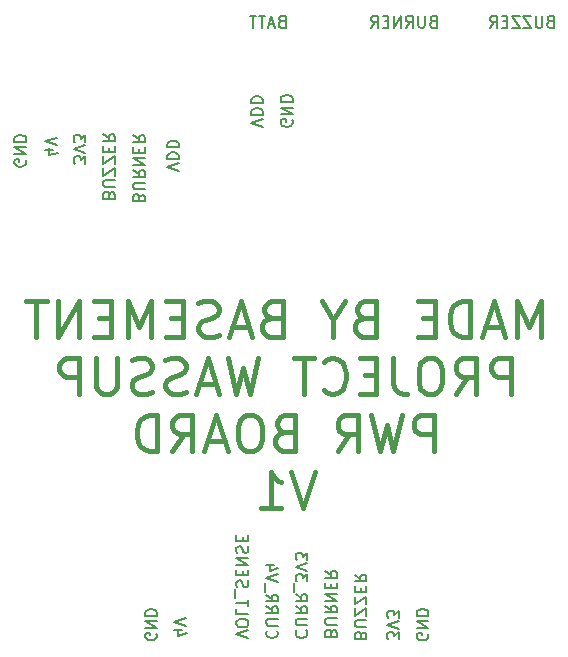
<source format=gbr>
%TF.GenerationSoftware,KiCad,Pcbnew,(6.0.9)*%
%TF.CreationDate,2022-11-26T14:01:21+01:00*%
%TF.ProjectId,PWR_PCB,5057525f-5043-4422-9e6b-696361645f70,rev?*%
%TF.SameCoordinates,Original*%
%TF.FileFunction,Legend,Bot*%
%TF.FilePolarity,Positive*%
%FSLAX46Y46*%
G04 Gerber Fmt 4.6, Leading zero omitted, Abs format (unit mm)*
G04 Created by KiCad (PCBNEW (6.0.9)) date 2022-11-26 14:01:21*
%MOMM*%
%LPD*%
G01*
G04 APERTURE LIST*
%ADD10C,0.450000*%
%ADD11C,0.150000*%
G04 APERTURE END LIST*
D10*
X136571428Y-64112142D02*
X136571428Y-61112142D01*
X135571428Y-63255000D01*
X134571428Y-61112142D01*
X134571428Y-64112142D01*
X133285714Y-63255000D02*
X131857142Y-63255000D01*
X133571428Y-64112142D02*
X132571428Y-61112142D01*
X131571428Y-64112142D01*
X130571428Y-64112142D02*
X130571428Y-61112142D01*
X129857142Y-61112142D01*
X129428571Y-61255000D01*
X129142857Y-61540714D01*
X129000000Y-61826428D01*
X128857142Y-62397857D01*
X128857142Y-62826428D01*
X129000000Y-63397857D01*
X129142857Y-63683571D01*
X129428571Y-63969285D01*
X129857142Y-64112142D01*
X130571428Y-64112142D01*
X127571428Y-62540714D02*
X126571428Y-62540714D01*
X126142857Y-64112142D02*
X127571428Y-64112142D01*
X127571428Y-61112142D01*
X126142857Y-61112142D01*
X121571428Y-62540714D02*
X121142857Y-62683571D01*
X121000000Y-62826428D01*
X120857142Y-63112142D01*
X120857142Y-63540714D01*
X121000000Y-63826428D01*
X121142857Y-63969285D01*
X121428571Y-64112142D01*
X122571428Y-64112142D01*
X122571428Y-61112142D01*
X121571428Y-61112142D01*
X121285714Y-61255000D01*
X121142857Y-61397857D01*
X121000000Y-61683571D01*
X121000000Y-61969285D01*
X121142857Y-62255000D01*
X121285714Y-62397857D01*
X121571428Y-62540714D01*
X122571428Y-62540714D01*
X119000000Y-62683571D02*
X119000000Y-64112142D01*
X120000000Y-61112142D02*
X119000000Y-62683571D01*
X118000000Y-61112142D01*
X113714285Y-62540714D02*
X113285714Y-62683571D01*
X113142857Y-62826428D01*
X113000000Y-63112142D01*
X113000000Y-63540714D01*
X113142857Y-63826428D01*
X113285714Y-63969285D01*
X113571428Y-64112142D01*
X114714285Y-64112142D01*
X114714285Y-61112142D01*
X113714285Y-61112142D01*
X113428571Y-61255000D01*
X113285714Y-61397857D01*
X113142857Y-61683571D01*
X113142857Y-61969285D01*
X113285714Y-62255000D01*
X113428571Y-62397857D01*
X113714285Y-62540714D01*
X114714285Y-62540714D01*
X111857142Y-63255000D02*
X110428571Y-63255000D01*
X112142857Y-64112142D02*
X111142857Y-61112142D01*
X110142857Y-64112142D01*
X109285714Y-63969285D02*
X108857142Y-64112142D01*
X108142857Y-64112142D01*
X107857142Y-63969285D01*
X107714285Y-63826428D01*
X107571428Y-63540714D01*
X107571428Y-63255000D01*
X107714285Y-62969285D01*
X107857142Y-62826428D01*
X108142857Y-62683571D01*
X108714285Y-62540714D01*
X109000000Y-62397857D01*
X109142857Y-62255000D01*
X109285714Y-61969285D01*
X109285714Y-61683571D01*
X109142857Y-61397857D01*
X109000000Y-61255000D01*
X108714285Y-61112142D01*
X108000000Y-61112142D01*
X107571428Y-61255000D01*
X106285714Y-62540714D02*
X105285714Y-62540714D01*
X104857142Y-64112142D02*
X106285714Y-64112142D01*
X106285714Y-61112142D01*
X104857142Y-61112142D01*
X103571428Y-64112142D02*
X103571428Y-61112142D01*
X102571428Y-63255000D01*
X101571428Y-61112142D01*
X101571428Y-64112142D01*
X100142857Y-62540714D02*
X99142857Y-62540714D01*
X98714285Y-64112142D02*
X100142857Y-64112142D01*
X100142857Y-61112142D01*
X98714285Y-61112142D01*
X97428571Y-64112142D02*
X97428571Y-61112142D01*
X95714285Y-64112142D01*
X95714285Y-61112142D01*
X94714285Y-61112142D02*
X93000000Y-61112142D01*
X93857142Y-64112142D02*
X93857142Y-61112142D01*
X134071428Y-68942142D02*
X134071428Y-65942142D01*
X132928571Y-65942142D01*
X132642857Y-66085000D01*
X132500000Y-66227857D01*
X132357142Y-66513571D01*
X132357142Y-66942142D01*
X132500000Y-67227857D01*
X132642857Y-67370714D01*
X132928571Y-67513571D01*
X134071428Y-67513571D01*
X129357142Y-68942142D02*
X130357142Y-67513571D01*
X131071428Y-68942142D02*
X131071428Y-65942142D01*
X129928571Y-65942142D01*
X129642857Y-66085000D01*
X129500000Y-66227857D01*
X129357142Y-66513571D01*
X129357142Y-66942142D01*
X129500000Y-67227857D01*
X129642857Y-67370714D01*
X129928571Y-67513571D01*
X131071428Y-67513571D01*
X127500000Y-65942142D02*
X126928571Y-65942142D01*
X126642857Y-66085000D01*
X126357142Y-66370714D01*
X126214285Y-66942142D01*
X126214285Y-67942142D01*
X126357142Y-68513571D01*
X126642857Y-68799285D01*
X126928571Y-68942142D01*
X127500000Y-68942142D01*
X127785714Y-68799285D01*
X128071428Y-68513571D01*
X128214285Y-67942142D01*
X128214285Y-66942142D01*
X128071428Y-66370714D01*
X127785714Y-66085000D01*
X127500000Y-65942142D01*
X124071428Y-65942142D02*
X124071428Y-68085000D01*
X124214285Y-68513571D01*
X124500000Y-68799285D01*
X124928571Y-68942142D01*
X125214285Y-68942142D01*
X122642857Y-67370714D02*
X121642857Y-67370714D01*
X121214285Y-68942142D02*
X122642857Y-68942142D01*
X122642857Y-65942142D01*
X121214285Y-65942142D01*
X118214285Y-68656428D02*
X118357142Y-68799285D01*
X118785714Y-68942142D01*
X119071428Y-68942142D01*
X119500000Y-68799285D01*
X119785714Y-68513571D01*
X119928571Y-68227857D01*
X120071428Y-67656428D01*
X120071428Y-67227857D01*
X119928571Y-66656428D01*
X119785714Y-66370714D01*
X119500000Y-66085000D01*
X119071428Y-65942142D01*
X118785714Y-65942142D01*
X118357142Y-66085000D01*
X118214285Y-66227857D01*
X117357142Y-65942142D02*
X115642857Y-65942142D01*
X116500000Y-68942142D02*
X116500000Y-65942142D01*
X112642857Y-65942142D02*
X111928571Y-68942142D01*
X111357142Y-66799285D01*
X110785714Y-68942142D01*
X110071428Y-65942142D01*
X109071428Y-68085000D02*
X107642857Y-68085000D01*
X109357142Y-68942142D02*
X108357142Y-65942142D01*
X107357142Y-68942142D01*
X106500000Y-68799285D02*
X106071428Y-68942142D01*
X105357142Y-68942142D01*
X105071428Y-68799285D01*
X104928571Y-68656428D01*
X104785714Y-68370714D01*
X104785714Y-68085000D01*
X104928571Y-67799285D01*
X105071428Y-67656428D01*
X105357142Y-67513571D01*
X105928571Y-67370714D01*
X106214285Y-67227857D01*
X106357142Y-67085000D01*
X106500000Y-66799285D01*
X106500000Y-66513571D01*
X106357142Y-66227857D01*
X106214285Y-66085000D01*
X105928571Y-65942142D01*
X105214285Y-65942142D01*
X104785714Y-66085000D01*
X103642857Y-68799285D02*
X103214285Y-68942142D01*
X102500000Y-68942142D01*
X102214285Y-68799285D01*
X102071428Y-68656428D01*
X101928571Y-68370714D01*
X101928571Y-68085000D01*
X102071428Y-67799285D01*
X102214285Y-67656428D01*
X102500000Y-67513571D01*
X103071428Y-67370714D01*
X103357142Y-67227857D01*
X103500000Y-67085000D01*
X103642857Y-66799285D01*
X103642857Y-66513571D01*
X103500000Y-66227857D01*
X103357142Y-66085000D01*
X103071428Y-65942142D01*
X102357142Y-65942142D01*
X101928571Y-66085000D01*
X100642857Y-65942142D02*
X100642857Y-68370714D01*
X100500000Y-68656428D01*
X100357142Y-68799285D01*
X100071428Y-68942142D01*
X99500000Y-68942142D01*
X99214285Y-68799285D01*
X99071428Y-68656428D01*
X98928571Y-68370714D01*
X98928571Y-65942142D01*
X97500000Y-68942142D02*
X97500000Y-65942142D01*
X96357142Y-65942142D01*
X96071428Y-66085000D01*
X95928571Y-66227857D01*
X95785714Y-66513571D01*
X95785714Y-66942142D01*
X95928571Y-67227857D01*
X96071428Y-67370714D01*
X96357142Y-67513571D01*
X97500000Y-67513571D01*
X127500000Y-73772142D02*
X127500000Y-70772142D01*
X126357142Y-70772142D01*
X126071428Y-70915000D01*
X125928571Y-71057857D01*
X125785714Y-71343571D01*
X125785714Y-71772142D01*
X125928571Y-72057857D01*
X126071428Y-72200714D01*
X126357142Y-72343571D01*
X127500000Y-72343571D01*
X124785714Y-70772142D02*
X124071428Y-73772142D01*
X123500000Y-71629285D01*
X122928571Y-73772142D01*
X122214285Y-70772142D01*
X119357142Y-73772142D02*
X120357142Y-72343571D01*
X121071428Y-73772142D02*
X121071428Y-70772142D01*
X119928571Y-70772142D01*
X119642857Y-70915000D01*
X119500000Y-71057857D01*
X119357142Y-71343571D01*
X119357142Y-71772142D01*
X119500000Y-72057857D01*
X119642857Y-72200714D01*
X119928571Y-72343571D01*
X121071428Y-72343571D01*
X114785714Y-72200714D02*
X114357142Y-72343571D01*
X114214285Y-72486428D01*
X114071428Y-72772142D01*
X114071428Y-73200714D01*
X114214285Y-73486428D01*
X114357142Y-73629285D01*
X114642857Y-73772142D01*
X115785714Y-73772142D01*
X115785714Y-70772142D01*
X114785714Y-70772142D01*
X114500000Y-70915000D01*
X114357142Y-71057857D01*
X114214285Y-71343571D01*
X114214285Y-71629285D01*
X114357142Y-71915000D01*
X114500000Y-72057857D01*
X114785714Y-72200714D01*
X115785714Y-72200714D01*
X112214285Y-70772142D02*
X111642857Y-70772142D01*
X111357142Y-70915000D01*
X111071428Y-71200714D01*
X110928571Y-71772142D01*
X110928571Y-72772142D01*
X111071428Y-73343571D01*
X111357142Y-73629285D01*
X111642857Y-73772142D01*
X112214285Y-73772142D01*
X112500000Y-73629285D01*
X112785714Y-73343571D01*
X112928571Y-72772142D01*
X112928571Y-71772142D01*
X112785714Y-71200714D01*
X112500000Y-70915000D01*
X112214285Y-70772142D01*
X109785714Y-72915000D02*
X108357142Y-72915000D01*
X110071428Y-73772142D02*
X109071428Y-70772142D01*
X108071428Y-73772142D01*
X105357142Y-73772142D02*
X106357142Y-72343571D01*
X107071428Y-73772142D02*
X107071428Y-70772142D01*
X105928571Y-70772142D01*
X105642857Y-70915000D01*
X105500000Y-71057857D01*
X105357142Y-71343571D01*
X105357142Y-71772142D01*
X105500000Y-72057857D01*
X105642857Y-72200714D01*
X105928571Y-72343571D01*
X107071428Y-72343571D01*
X104071428Y-73772142D02*
X104071428Y-70772142D01*
X103357142Y-70772142D01*
X102928571Y-70915000D01*
X102642857Y-71200714D01*
X102500000Y-71486428D01*
X102357142Y-72057857D01*
X102357142Y-72486428D01*
X102500000Y-73057857D01*
X102642857Y-73343571D01*
X102928571Y-73629285D01*
X103357142Y-73772142D01*
X104071428Y-73772142D01*
X117428571Y-75602142D02*
X116428571Y-78602142D01*
X115428571Y-75602142D01*
X112857142Y-78602142D02*
X114571428Y-78602142D01*
X113714285Y-78602142D02*
X113714285Y-75602142D01*
X114000000Y-76030714D01*
X114285714Y-76316428D01*
X114571428Y-76459285D01*
D11*
X104000000Y-89261904D02*
X104047619Y-89357142D01*
X104047619Y-89500000D01*
X104000000Y-89642857D01*
X103904761Y-89738095D01*
X103809523Y-89785714D01*
X103619047Y-89833333D01*
X103476190Y-89833333D01*
X103285714Y-89785714D01*
X103190476Y-89738095D01*
X103095238Y-89642857D01*
X103047619Y-89500000D01*
X103047619Y-89404761D01*
X103095238Y-89261904D01*
X103142857Y-89214285D01*
X103476190Y-89214285D01*
X103476190Y-89404761D01*
X103047619Y-88785714D02*
X104047619Y-88785714D01*
X103047619Y-88214285D01*
X104047619Y-88214285D01*
X103047619Y-87738095D02*
X104047619Y-87738095D01*
X104047619Y-87500000D01*
X104000000Y-87357142D01*
X103904761Y-87261904D01*
X103809523Y-87214285D01*
X103619047Y-87166666D01*
X103476190Y-87166666D01*
X103285714Y-87214285D01*
X103190476Y-87261904D01*
X103095238Y-87357142D01*
X103047619Y-87500000D01*
X103047619Y-87738095D01*
X100021428Y-52087142D02*
X99973809Y-51944285D01*
X99926190Y-51896666D01*
X99830952Y-51849047D01*
X99688095Y-51849047D01*
X99592857Y-51896666D01*
X99545238Y-51944285D01*
X99497619Y-52039523D01*
X99497619Y-52420476D01*
X100497619Y-52420476D01*
X100497619Y-52087142D01*
X100450000Y-51991904D01*
X100402380Y-51944285D01*
X100307142Y-51896666D01*
X100211904Y-51896666D01*
X100116666Y-51944285D01*
X100069047Y-51991904D01*
X100021428Y-52087142D01*
X100021428Y-52420476D01*
X100497619Y-51420476D02*
X99688095Y-51420476D01*
X99592857Y-51372857D01*
X99545238Y-51325238D01*
X99497619Y-51230000D01*
X99497619Y-51039523D01*
X99545238Y-50944285D01*
X99592857Y-50896666D01*
X99688095Y-50849047D01*
X100497619Y-50849047D01*
X100497619Y-50468095D02*
X100497619Y-49801428D01*
X99497619Y-50468095D01*
X99497619Y-49801428D01*
X100497619Y-49515714D02*
X100497619Y-48849047D01*
X99497619Y-49515714D01*
X99497619Y-48849047D01*
X100021428Y-48468095D02*
X100021428Y-48134761D01*
X99497619Y-47991904D02*
X99497619Y-48468095D01*
X100497619Y-48468095D01*
X100497619Y-47991904D01*
X99497619Y-46991904D02*
X99973809Y-47325238D01*
X99497619Y-47563333D02*
X100497619Y-47563333D01*
X100497619Y-47182380D01*
X100450000Y-47087142D01*
X100402380Y-47039523D01*
X100307142Y-46991904D01*
X100164285Y-46991904D01*
X100069047Y-47039523D01*
X100021428Y-47087142D01*
X99973809Y-47182380D01*
X99973809Y-47563333D01*
X115892857Y-88976190D02*
X115845238Y-89023809D01*
X115797619Y-89166666D01*
X115797619Y-89261904D01*
X115845238Y-89404761D01*
X115940476Y-89500000D01*
X116035714Y-89547619D01*
X116226190Y-89595238D01*
X116369047Y-89595238D01*
X116559523Y-89547619D01*
X116654761Y-89500000D01*
X116750000Y-89404761D01*
X116797619Y-89261904D01*
X116797619Y-89166666D01*
X116750000Y-89023809D01*
X116702380Y-88976190D01*
X116797619Y-88547619D02*
X115988095Y-88547619D01*
X115892857Y-88500000D01*
X115845238Y-88452380D01*
X115797619Y-88357142D01*
X115797619Y-88166666D01*
X115845238Y-88071428D01*
X115892857Y-88023809D01*
X115988095Y-87976190D01*
X116797619Y-87976190D01*
X115797619Y-86928571D02*
X116273809Y-87261904D01*
X115797619Y-87500000D02*
X116797619Y-87500000D01*
X116797619Y-87119047D01*
X116750000Y-87023809D01*
X116702380Y-86976190D01*
X116607142Y-86928571D01*
X116464285Y-86928571D01*
X116369047Y-86976190D01*
X116321428Y-87023809D01*
X116273809Y-87119047D01*
X116273809Y-87500000D01*
X115797619Y-85928571D02*
X116273809Y-86261904D01*
X115797619Y-86500000D02*
X116797619Y-86500000D01*
X116797619Y-86119047D01*
X116750000Y-86023809D01*
X116702380Y-85976190D01*
X116607142Y-85928571D01*
X116464285Y-85928571D01*
X116369047Y-85976190D01*
X116321428Y-86023809D01*
X116273809Y-86119047D01*
X116273809Y-86500000D01*
X115702380Y-85738095D02*
X115702380Y-84976190D01*
X116797619Y-84833333D02*
X116797619Y-84214285D01*
X116416666Y-84547619D01*
X116416666Y-84404761D01*
X116369047Y-84309523D01*
X116321428Y-84261904D01*
X116226190Y-84214285D01*
X115988095Y-84214285D01*
X115892857Y-84261904D01*
X115845238Y-84309523D01*
X115797619Y-84404761D01*
X115797619Y-84690476D01*
X115845238Y-84785714D01*
X115892857Y-84833333D01*
X116797619Y-83928571D02*
X115797619Y-83595238D01*
X116797619Y-83261904D01*
X116797619Y-83023809D02*
X116797619Y-82404761D01*
X116416666Y-82738095D01*
X116416666Y-82595238D01*
X116369047Y-82500000D01*
X116321428Y-82452380D01*
X116226190Y-82404761D01*
X115988095Y-82404761D01*
X115892857Y-82452380D01*
X115845238Y-82500000D01*
X115797619Y-82595238D01*
X115797619Y-82880952D01*
X115845238Y-82976190D01*
X115892857Y-83023809D01*
X114619047Y-37428571D02*
X114476190Y-37476190D01*
X114428571Y-37523809D01*
X114380952Y-37619047D01*
X114380952Y-37761904D01*
X114428571Y-37857142D01*
X114476190Y-37904761D01*
X114571428Y-37952380D01*
X114952380Y-37952380D01*
X114952380Y-36952380D01*
X114619047Y-36952380D01*
X114523809Y-37000000D01*
X114476190Y-37047619D01*
X114428571Y-37142857D01*
X114428571Y-37238095D01*
X114476190Y-37333333D01*
X114523809Y-37380952D01*
X114619047Y-37428571D01*
X114952380Y-37428571D01*
X114000000Y-37666666D02*
X113523809Y-37666666D01*
X114095238Y-37952380D02*
X113761904Y-36952380D01*
X113428571Y-37952380D01*
X113238095Y-36952380D02*
X112666666Y-36952380D01*
X112952380Y-37952380D02*
X112952380Y-36952380D01*
X112476190Y-36952380D02*
X111904761Y-36952380D01*
X112190476Y-37952380D02*
X112190476Y-36952380D01*
X137357142Y-37428571D02*
X137214285Y-37476190D01*
X137166666Y-37523809D01*
X137119047Y-37619047D01*
X137119047Y-37761904D01*
X137166666Y-37857142D01*
X137214285Y-37904761D01*
X137309523Y-37952380D01*
X137690476Y-37952380D01*
X137690476Y-36952380D01*
X137357142Y-36952380D01*
X137261904Y-37000000D01*
X137214285Y-37047619D01*
X137166666Y-37142857D01*
X137166666Y-37238095D01*
X137214285Y-37333333D01*
X137261904Y-37380952D01*
X137357142Y-37428571D01*
X137690476Y-37428571D01*
X136690476Y-36952380D02*
X136690476Y-37761904D01*
X136642857Y-37857142D01*
X136595238Y-37904761D01*
X136500000Y-37952380D01*
X136309523Y-37952380D01*
X136214285Y-37904761D01*
X136166666Y-37857142D01*
X136119047Y-37761904D01*
X136119047Y-36952380D01*
X135738095Y-36952380D02*
X135071428Y-36952380D01*
X135738095Y-37952380D01*
X135071428Y-37952380D01*
X134785714Y-36952380D02*
X134119047Y-36952380D01*
X134785714Y-37952380D01*
X134119047Y-37952380D01*
X133738095Y-37428571D02*
X133404761Y-37428571D01*
X133261904Y-37952380D02*
X133738095Y-37952380D01*
X133738095Y-36952380D01*
X133261904Y-36952380D01*
X132261904Y-37952380D02*
X132595238Y-37476190D01*
X132833333Y-37952380D02*
X132833333Y-36952380D01*
X132452380Y-36952380D01*
X132357142Y-37000000D01*
X132309523Y-37047619D01*
X132261904Y-37142857D01*
X132261904Y-37285714D01*
X132309523Y-37380952D01*
X132357142Y-37428571D01*
X132452380Y-37476190D01*
X132833333Y-37476190D01*
X113047619Y-46333333D02*
X112047619Y-46000000D01*
X113047619Y-45666666D01*
X112047619Y-45333333D02*
X113047619Y-45333333D01*
X113047619Y-45095238D01*
X113000000Y-44952380D01*
X112904761Y-44857142D01*
X112809523Y-44809523D01*
X112619047Y-44761904D01*
X112476190Y-44761904D01*
X112285714Y-44809523D01*
X112190476Y-44857142D01*
X112095238Y-44952380D01*
X112047619Y-45095238D01*
X112047619Y-45333333D01*
X112047619Y-44333333D02*
X113047619Y-44333333D01*
X113047619Y-44095238D01*
X113000000Y-43952380D01*
X112904761Y-43857142D01*
X112809523Y-43809523D01*
X112619047Y-43761904D01*
X112476190Y-43761904D01*
X112285714Y-43809523D01*
X112190476Y-43857142D01*
X112095238Y-43952380D01*
X112047619Y-44095238D01*
X112047619Y-44333333D01*
X127428571Y-37428571D02*
X127285714Y-37476190D01*
X127238095Y-37523809D01*
X127190476Y-37619047D01*
X127190476Y-37761904D01*
X127238095Y-37857142D01*
X127285714Y-37904761D01*
X127380952Y-37952380D01*
X127761904Y-37952380D01*
X127761904Y-36952380D01*
X127428571Y-36952380D01*
X127333333Y-37000000D01*
X127285714Y-37047619D01*
X127238095Y-37142857D01*
X127238095Y-37238095D01*
X127285714Y-37333333D01*
X127333333Y-37380952D01*
X127428571Y-37428571D01*
X127761904Y-37428571D01*
X126761904Y-36952380D02*
X126761904Y-37761904D01*
X126714285Y-37857142D01*
X126666666Y-37904761D01*
X126571428Y-37952380D01*
X126380952Y-37952380D01*
X126285714Y-37904761D01*
X126238095Y-37857142D01*
X126190476Y-37761904D01*
X126190476Y-36952380D01*
X125142857Y-37952380D02*
X125476190Y-37476190D01*
X125714285Y-37952380D02*
X125714285Y-36952380D01*
X125333333Y-36952380D01*
X125238095Y-37000000D01*
X125190476Y-37047619D01*
X125142857Y-37142857D01*
X125142857Y-37285714D01*
X125190476Y-37380952D01*
X125238095Y-37428571D01*
X125333333Y-37476190D01*
X125714285Y-37476190D01*
X124714285Y-37952380D02*
X124714285Y-36952380D01*
X124142857Y-37952380D01*
X124142857Y-36952380D01*
X123666666Y-37428571D02*
X123333333Y-37428571D01*
X123190476Y-37952380D02*
X123666666Y-37952380D01*
X123666666Y-36952380D01*
X123190476Y-36952380D01*
X122190476Y-37952380D02*
X122523809Y-37476190D01*
X122761904Y-37952380D02*
X122761904Y-36952380D01*
X122380952Y-36952380D01*
X122285714Y-37000000D01*
X122238095Y-37047619D01*
X122190476Y-37142857D01*
X122190476Y-37285714D01*
X122238095Y-37380952D01*
X122285714Y-37428571D01*
X122380952Y-37476190D01*
X122761904Y-37476190D01*
X106214285Y-88988095D02*
X105547619Y-88988095D01*
X106595238Y-89226190D02*
X105880952Y-89464285D01*
X105880952Y-88845238D01*
X106547619Y-88607142D02*
X105547619Y-88273809D01*
X106547619Y-87940476D01*
X121321428Y-89357142D02*
X121273809Y-89214285D01*
X121226190Y-89166666D01*
X121130952Y-89119047D01*
X120988095Y-89119047D01*
X120892857Y-89166666D01*
X120845238Y-89214285D01*
X120797619Y-89309523D01*
X120797619Y-89690476D01*
X121797619Y-89690476D01*
X121797619Y-89357142D01*
X121750000Y-89261904D01*
X121702380Y-89214285D01*
X121607142Y-89166666D01*
X121511904Y-89166666D01*
X121416666Y-89214285D01*
X121369047Y-89261904D01*
X121321428Y-89357142D01*
X121321428Y-89690476D01*
X121797619Y-88690476D02*
X120988095Y-88690476D01*
X120892857Y-88642857D01*
X120845238Y-88595238D01*
X120797619Y-88500000D01*
X120797619Y-88309523D01*
X120845238Y-88214285D01*
X120892857Y-88166666D01*
X120988095Y-88119047D01*
X121797619Y-88119047D01*
X121797619Y-87738095D02*
X121797619Y-87071428D01*
X120797619Y-87738095D01*
X120797619Y-87071428D01*
X121797619Y-86785714D02*
X121797619Y-86119047D01*
X120797619Y-86785714D01*
X120797619Y-86119047D01*
X121321428Y-85738095D02*
X121321428Y-85404761D01*
X120797619Y-85261904D02*
X120797619Y-85738095D01*
X121797619Y-85738095D01*
X121797619Y-85261904D01*
X120797619Y-84261904D02*
X121273809Y-84595238D01*
X120797619Y-84833333D02*
X121797619Y-84833333D01*
X121797619Y-84452380D01*
X121750000Y-84357142D01*
X121702380Y-84309523D01*
X121607142Y-84261904D01*
X121464285Y-84261904D01*
X121369047Y-84309523D01*
X121321428Y-84357142D01*
X121273809Y-84452380D01*
X121273809Y-84833333D01*
X92950000Y-49141904D02*
X92997619Y-49237142D01*
X92997619Y-49380000D01*
X92950000Y-49522857D01*
X92854761Y-49618095D01*
X92759523Y-49665714D01*
X92569047Y-49713333D01*
X92426190Y-49713333D01*
X92235714Y-49665714D01*
X92140476Y-49618095D01*
X92045238Y-49522857D01*
X91997619Y-49380000D01*
X91997619Y-49284761D01*
X92045238Y-49141904D01*
X92092857Y-49094285D01*
X92426190Y-49094285D01*
X92426190Y-49284761D01*
X91997619Y-48665714D02*
X92997619Y-48665714D01*
X91997619Y-48094285D01*
X92997619Y-48094285D01*
X91997619Y-47618095D02*
X92997619Y-47618095D01*
X92997619Y-47380000D01*
X92950000Y-47237142D01*
X92854761Y-47141904D01*
X92759523Y-47094285D01*
X92569047Y-47046666D01*
X92426190Y-47046666D01*
X92235714Y-47094285D01*
X92140476Y-47141904D01*
X92045238Y-47237142D01*
X91997619Y-47380000D01*
X91997619Y-47618095D01*
X118821428Y-89178571D02*
X118773809Y-89035714D01*
X118726190Y-88988095D01*
X118630952Y-88940476D01*
X118488095Y-88940476D01*
X118392857Y-88988095D01*
X118345238Y-89035714D01*
X118297619Y-89130952D01*
X118297619Y-89511904D01*
X119297619Y-89511904D01*
X119297619Y-89178571D01*
X119250000Y-89083333D01*
X119202380Y-89035714D01*
X119107142Y-88988095D01*
X119011904Y-88988095D01*
X118916666Y-89035714D01*
X118869047Y-89083333D01*
X118821428Y-89178571D01*
X118821428Y-89511904D01*
X119297619Y-88511904D02*
X118488095Y-88511904D01*
X118392857Y-88464285D01*
X118345238Y-88416666D01*
X118297619Y-88321428D01*
X118297619Y-88130952D01*
X118345238Y-88035714D01*
X118392857Y-87988095D01*
X118488095Y-87940476D01*
X119297619Y-87940476D01*
X118297619Y-86892857D02*
X118773809Y-87226190D01*
X118297619Y-87464285D02*
X119297619Y-87464285D01*
X119297619Y-87083333D01*
X119250000Y-86988095D01*
X119202380Y-86940476D01*
X119107142Y-86892857D01*
X118964285Y-86892857D01*
X118869047Y-86940476D01*
X118821428Y-86988095D01*
X118773809Y-87083333D01*
X118773809Y-87464285D01*
X118297619Y-86464285D02*
X119297619Y-86464285D01*
X118297619Y-85892857D01*
X119297619Y-85892857D01*
X118821428Y-85416666D02*
X118821428Y-85083333D01*
X118297619Y-84940476D02*
X118297619Y-85416666D01*
X119297619Y-85416666D01*
X119297619Y-84940476D01*
X118297619Y-83940476D02*
X118773809Y-84273809D01*
X118297619Y-84511904D02*
X119297619Y-84511904D01*
X119297619Y-84130952D01*
X119250000Y-84035714D01*
X119202380Y-83988095D01*
X119107142Y-83940476D01*
X118964285Y-83940476D01*
X118869047Y-83988095D01*
X118821428Y-84035714D01*
X118773809Y-84130952D01*
X118773809Y-84511904D01*
X95284285Y-48298095D02*
X94617619Y-48298095D01*
X95665238Y-48536190D02*
X94950952Y-48774285D01*
X94950952Y-48155238D01*
X95617619Y-47917142D02*
X94617619Y-47583809D01*
X95617619Y-47250476D01*
X124547619Y-89738095D02*
X124547619Y-89119047D01*
X124166666Y-89452380D01*
X124166666Y-89309523D01*
X124119047Y-89214285D01*
X124071428Y-89166666D01*
X123976190Y-89119047D01*
X123738095Y-89119047D01*
X123642857Y-89166666D01*
X123595238Y-89214285D01*
X123547619Y-89309523D01*
X123547619Y-89595238D01*
X123595238Y-89690476D01*
X123642857Y-89738095D01*
X124547619Y-88833333D02*
X123547619Y-88500000D01*
X124547619Y-88166666D01*
X124547619Y-87928571D02*
X124547619Y-87309523D01*
X124166666Y-87642857D01*
X124166666Y-87500000D01*
X124119047Y-87404761D01*
X124071428Y-87357142D01*
X123976190Y-87309523D01*
X123738095Y-87309523D01*
X123642857Y-87357142D01*
X123595238Y-87404761D01*
X123547619Y-87500000D01*
X123547619Y-87785714D01*
X123595238Y-87880952D01*
X123642857Y-87928571D01*
X127000000Y-89261904D02*
X127047619Y-89357142D01*
X127047619Y-89500000D01*
X127000000Y-89642857D01*
X126904761Y-89738095D01*
X126809523Y-89785714D01*
X126619047Y-89833333D01*
X126476190Y-89833333D01*
X126285714Y-89785714D01*
X126190476Y-89738095D01*
X126095238Y-89642857D01*
X126047619Y-89500000D01*
X126047619Y-89404761D01*
X126095238Y-89261904D01*
X126142857Y-89214285D01*
X126476190Y-89214285D01*
X126476190Y-89404761D01*
X126047619Y-88785714D02*
X127047619Y-88785714D01*
X126047619Y-88214285D01*
X127047619Y-88214285D01*
X126047619Y-87738095D02*
X127047619Y-87738095D01*
X127047619Y-87500000D01*
X127000000Y-87357142D01*
X126904761Y-87261904D01*
X126809523Y-87214285D01*
X126619047Y-87166666D01*
X126476190Y-87166666D01*
X126285714Y-87214285D01*
X126190476Y-87261904D01*
X126095238Y-87357142D01*
X126047619Y-87500000D01*
X126047619Y-87738095D01*
X98007619Y-49458095D02*
X98007619Y-48839047D01*
X97626666Y-49172380D01*
X97626666Y-49029523D01*
X97579047Y-48934285D01*
X97531428Y-48886666D01*
X97436190Y-48839047D01*
X97198095Y-48839047D01*
X97102857Y-48886666D01*
X97055238Y-48934285D01*
X97007619Y-49029523D01*
X97007619Y-49315238D01*
X97055238Y-49410476D01*
X97102857Y-49458095D01*
X98007619Y-48553333D02*
X97007619Y-48220000D01*
X98007619Y-47886666D01*
X98007619Y-47648571D02*
X98007619Y-47029523D01*
X97626666Y-47362857D01*
X97626666Y-47220000D01*
X97579047Y-47124761D01*
X97531428Y-47077142D01*
X97436190Y-47029523D01*
X97198095Y-47029523D01*
X97102857Y-47077142D01*
X97055238Y-47124761D01*
X97007619Y-47220000D01*
X97007619Y-47505714D01*
X97055238Y-47600952D01*
X97102857Y-47648571D01*
X111797619Y-89654761D02*
X110797619Y-89321428D01*
X111797619Y-88988095D01*
X111797619Y-88464285D02*
X111797619Y-88273809D01*
X111750000Y-88178571D01*
X111654761Y-88083333D01*
X111464285Y-88035714D01*
X111130952Y-88035714D01*
X110940476Y-88083333D01*
X110845238Y-88178571D01*
X110797619Y-88273809D01*
X110797619Y-88464285D01*
X110845238Y-88559523D01*
X110940476Y-88654761D01*
X111130952Y-88702380D01*
X111464285Y-88702380D01*
X111654761Y-88654761D01*
X111750000Y-88559523D01*
X111797619Y-88464285D01*
X110797619Y-87130952D02*
X110797619Y-87607142D01*
X111797619Y-87607142D01*
X111797619Y-86940476D02*
X111797619Y-86369047D01*
X110797619Y-86654761D02*
X111797619Y-86654761D01*
X110702380Y-86273809D02*
X110702380Y-85511904D01*
X110845238Y-85321428D02*
X110797619Y-85178571D01*
X110797619Y-84940476D01*
X110845238Y-84845238D01*
X110892857Y-84797619D01*
X110988095Y-84750000D01*
X111083333Y-84750000D01*
X111178571Y-84797619D01*
X111226190Y-84845238D01*
X111273809Y-84940476D01*
X111321428Y-85130952D01*
X111369047Y-85226190D01*
X111416666Y-85273809D01*
X111511904Y-85321428D01*
X111607142Y-85321428D01*
X111702380Y-85273809D01*
X111750000Y-85226190D01*
X111797619Y-85130952D01*
X111797619Y-84892857D01*
X111750000Y-84750000D01*
X111321428Y-84321428D02*
X111321428Y-83988095D01*
X110797619Y-83845238D02*
X110797619Y-84321428D01*
X111797619Y-84321428D01*
X111797619Y-83845238D01*
X110797619Y-83416666D02*
X111797619Y-83416666D01*
X110797619Y-82845238D01*
X111797619Y-82845238D01*
X110845238Y-82416666D02*
X110797619Y-82273809D01*
X110797619Y-82035714D01*
X110845238Y-81940476D01*
X110892857Y-81892857D01*
X110988095Y-81845238D01*
X111083333Y-81845238D01*
X111178571Y-81892857D01*
X111226190Y-81940476D01*
X111273809Y-82035714D01*
X111321428Y-82226190D01*
X111369047Y-82321428D01*
X111416666Y-82369047D01*
X111511904Y-82416666D01*
X111607142Y-82416666D01*
X111702380Y-82369047D01*
X111750000Y-82321428D01*
X111797619Y-82226190D01*
X111797619Y-81988095D01*
X111750000Y-81845238D01*
X111321428Y-81416666D02*
X111321428Y-81083333D01*
X110797619Y-80940476D02*
X110797619Y-81416666D01*
X111797619Y-81416666D01*
X111797619Y-80940476D01*
X102581428Y-52308571D02*
X102533809Y-52165714D01*
X102486190Y-52118095D01*
X102390952Y-52070476D01*
X102248095Y-52070476D01*
X102152857Y-52118095D01*
X102105238Y-52165714D01*
X102057619Y-52260952D01*
X102057619Y-52641904D01*
X103057619Y-52641904D01*
X103057619Y-52308571D01*
X103010000Y-52213333D01*
X102962380Y-52165714D01*
X102867142Y-52118095D01*
X102771904Y-52118095D01*
X102676666Y-52165714D01*
X102629047Y-52213333D01*
X102581428Y-52308571D01*
X102581428Y-52641904D01*
X103057619Y-51641904D02*
X102248095Y-51641904D01*
X102152857Y-51594285D01*
X102105238Y-51546666D01*
X102057619Y-51451428D01*
X102057619Y-51260952D01*
X102105238Y-51165714D01*
X102152857Y-51118095D01*
X102248095Y-51070476D01*
X103057619Y-51070476D01*
X102057619Y-50022857D02*
X102533809Y-50356190D01*
X102057619Y-50594285D02*
X103057619Y-50594285D01*
X103057619Y-50213333D01*
X103010000Y-50118095D01*
X102962380Y-50070476D01*
X102867142Y-50022857D01*
X102724285Y-50022857D01*
X102629047Y-50070476D01*
X102581428Y-50118095D01*
X102533809Y-50213333D01*
X102533809Y-50594285D01*
X102057619Y-49594285D02*
X103057619Y-49594285D01*
X102057619Y-49022857D01*
X103057619Y-49022857D01*
X102581428Y-48546666D02*
X102581428Y-48213333D01*
X102057619Y-48070476D02*
X102057619Y-48546666D01*
X103057619Y-48546666D01*
X103057619Y-48070476D01*
X102057619Y-47070476D02*
X102533809Y-47403809D01*
X102057619Y-47641904D02*
X103057619Y-47641904D01*
X103057619Y-47260952D01*
X103010000Y-47165714D01*
X102962380Y-47118095D01*
X102867142Y-47070476D01*
X102724285Y-47070476D01*
X102629047Y-47118095D01*
X102581428Y-47165714D01*
X102533809Y-47260952D01*
X102533809Y-47641904D01*
X113392857Y-89000000D02*
X113345238Y-89047619D01*
X113297619Y-89190476D01*
X113297619Y-89285714D01*
X113345238Y-89428571D01*
X113440476Y-89523809D01*
X113535714Y-89571428D01*
X113726190Y-89619047D01*
X113869047Y-89619047D01*
X114059523Y-89571428D01*
X114154761Y-89523809D01*
X114250000Y-89428571D01*
X114297619Y-89285714D01*
X114297619Y-89190476D01*
X114250000Y-89047619D01*
X114202380Y-89000000D01*
X114297619Y-88571428D02*
X113488095Y-88571428D01*
X113392857Y-88523809D01*
X113345238Y-88476190D01*
X113297619Y-88380952D01*
X113297619Y-88190476D01*
X113345238Y-88095238D01*
X113392857Y-88047619D01*
X113488095Y-88000000D01*
X114297619Y-88000000D01*
X113297619Y-86952380D02*
X113773809Y-87285714D01*
X113297619Y-87523809D02*
X114297619Y-87523809D01*
X114297619Y-87142857D01*
X114250000Y-87047619D01*
X114202380Y-87000000D01*
X114107142Y-86952380D01*
X113964285Y-86952380D01*
X113869047Y-87000000D01*
X113821428Y-87047619D01*
X113773809Y-87142857D01*
X113773809Y-87523809D01*
X113297619Y-85952380D02*
X113773809Y-86285714D01*
X113297619Y-86523809D02*
X114297619Y-86523809D01*
X114297619Y-86142857D01*
X114250000Y-86047619D01*
X114202380Y-86000000D01*
X114107142Y-85952380D01*
X113964285Y-85952380D01*
X113869047Y-86000000D01*
X113821428Y-86047619D01*
X113773809Y-86142857D01*
X113773809Y-86523809D01*
X113202380Y-85761904D02*
X113202380Y-85000000D01*
X114297619Y-84904761D02*
X113297619Y-84571428D01*
X114297619Y-84238095D01*
X113964285Y-83476190D02*
X113297619Y-83476190D01*
X114345238Y-83714285D02*
X113630952Y-83952380D01*
X113630952Y-83333333D01*
X115500000Y-45761904D02*
X115547619Y-45857142D01*
X115547619Y-46000000D01*
X115500000Y-46142857D01*
X115404761Y-46238095D01*
X115309523Y-46285714D01*
X115119047Y-46333333D01*
X114976190Y-46333333D01*
X114785714Y-46285714D01*
X114690476Y-46238095D01*
X114595238Y-46142857D01*
X114547619Y-46000000D01*
X114547619Y-45904761D01*
X114595238Y-45761904D01*
X114642857Y-45714285D01*
X114976190Y-45714285D01*
X114976190Y-45904761D01*
X114547619Y-45285714D02*
X115547619Y-45285714D01*
X114547619Y-44714285D01*
X115547619Y-44714285D01*
X114547619Y-44238095D02*
X115547619Y-44238095D01*
X115547619Y-44000000D01*
X115500000Y-43857142D01*
X115404761Y-43761904D01*
X115309523Y-43714285D01*
X115119047Y-43666666D01*
X114976190Y-43666666D01*
X114785714Y-43714285D01*
X114690476Y-43761904D01*
X114595238Y-43857142D01*
X114547619Y-44000000D01*
X114547619Y-44238095D01*
X105937619Y-50083333D02*
X104937619Y-49750000D01*
X105937619Y-49416666D01*
X104937619Y-49083333D02*
X105937619Y-49083333D01*
X105937619Y-48845238D01*
X105890000Y-48702380D01*
X105794761Y-48607142D01*
X105699523Y-48559523D01*
X105509047Y-48511904D01*
X105366190Y-48511904D01*
X105175714Y-48559523D01*
X105080476Y-48607142D01*
X104985238Y-48702380D01*
X104937619Y-48845238D01*
X104937619Y-49083333D01*
X104937619Y-48083333D02*
X105937619Y-48083333D01*
X105937619Y-47845238D01*
X105890000Y-47702380D01*
X105794761Y-47607142D01*
X105699523Y-47559523D01*
X105509047Y-47511904D01*
X105366190Y-47511904D01*
X105175714Y-47559523D01*
X105080476Y-47607142D01*
X104985238Y-47702380D01*
X104937619Y-47845238D01*
X104937619Y-48083333D01*
M02*

</source>
